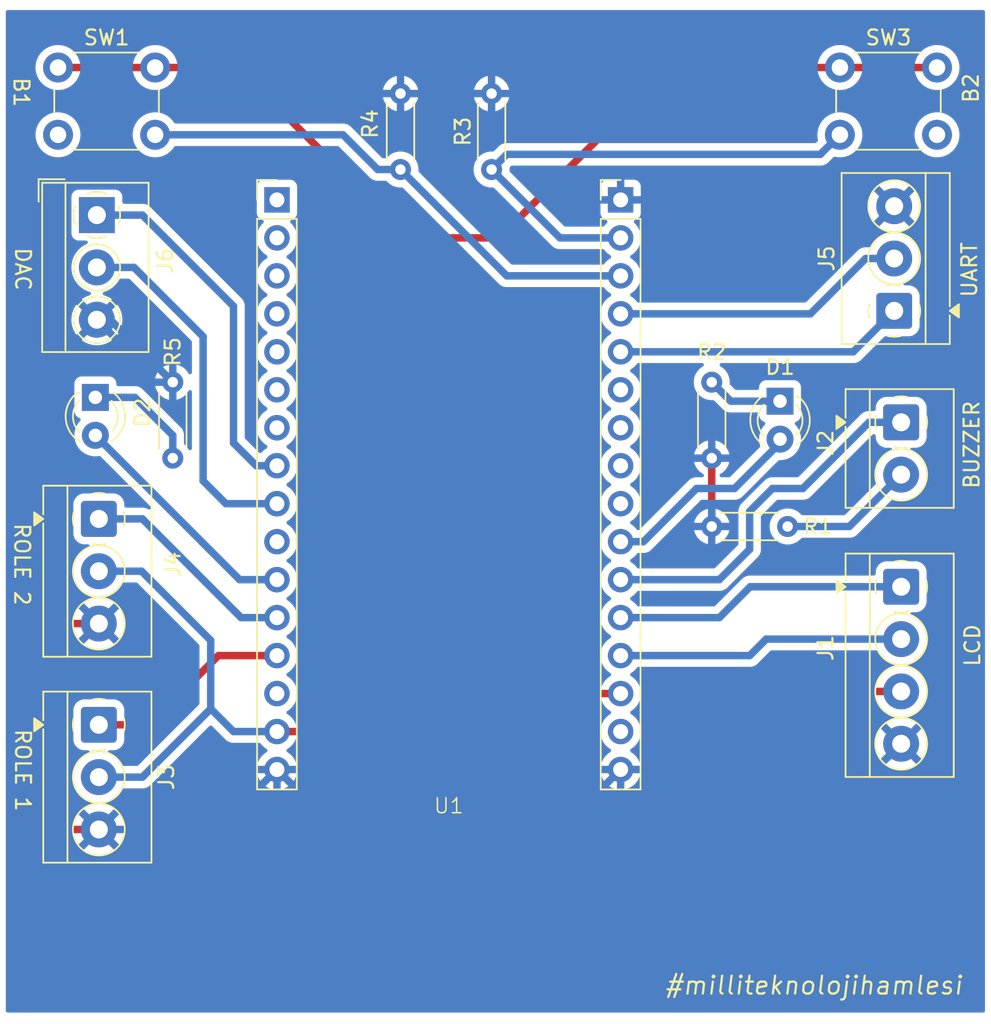
<source format=kicad_pcb>
(kicad_pcb (version 20240108) (generator "pcbnew") (generator_version "8.0")
  (layers (0 "F.Cu" signal) (31 "B.Cu" signal) (34 "B.Paste" user) (35 "F.Paste" user) (36 "B.SilkS" user "B.Silkscreen") (37 "F.SilkS" user "F.Silkscreen") (38 "B.Mask" user) (39 "F.Mask" user) (44 "Edge.Cuts" user))
  (net 0 "")
  (net 1 "Net-(D1-K)")
  (net 2 "D8")
  (net 3 "D14")
  (net 4 "Net-(D2-K)")
  (net 5 "GND")
  (net 6 "5V")
  (net 7 "SCL")
  (net 8 "SDA")
  (net 9 "D9")
  (net 10 "Net-(J2-Pin_2)")
  (net 11 "D12")
  (net 12 "D13")
  (net 13 "TX")
  (net 14 "RX")
  (net 15 "D0")
  (net 16 "D1")
  (net 17 "3V3")
  (net 21 "DAC1")
  (net 29 "DAC2")
  (footprint "TerminalBlock_4Ucon:TerminalBlock_4Ucon_1x03_P3.50mm_Horizontal" (layer "F.Cu") (at 29.972 36.576 -90)
    (property "Reference" "J6" (at 3.048 -4.572 90) (layer "F.SilkS"))
    (property "Value" "Conn_01x03_Pin")
    (fp_line (start -2.4 3.9) (end -0.9 3.9) (stroke (width 0.12)) (layer "F.SilkS"))
    (fp_line (start -2.16 3.66) (end 9.16 3.66) (stroke (width 0.12)) (layer "F.SilkS"))
    (fp_line (start -2.4 2.16) (end -2.4 3.9) (stroke (width 0.12)) (layer "F.SilkS"))
    (fp_line (start -2.16 2.1) (end 9.16 2.1) (stroke (width 0.12)) (layer "F.SilkS"))
    (fp_line (start -2.16 -3.46) (end -2.16 3.66) (stroke (width 0.12)) (layer "F.SilkS"))
    (fp_line (start -2.16 -3.46) (end 9.16 -3.46) (stroke (width 0.12)) (layer "F.SilkS"))
    (fp_line (start 9.16 -3.46) (end 9.16 3.66) (stroke (width 0.12)) (layer "F.SilkS"))
    (fp_arc (start 0.027011 1.555493) (mid -0.296984 1.527118) (end -0.608 1.432) (stroke (width 0.12)) (layer "F.SilkS"))
    (fp_arc (start 0.607587 1.431385) (mid 0.310017 1.523783) (end 0 1.555) (stroke (width 0.12)) (layer "F.SilkS"))
    (fp_arc (start -1.432109 0.607742) (mid -1.555727 -0.00014) (end -1.432 -0.608) (stroke (width 0.12)) (layer "F.SilkS"))
    (fp_arc (start 1.432109 -0.607742) (mid 1.555727 0.00014) (end 1.432 0.608) (stroke (width 0.12)) (layer "F.SilkS"))
    (fp_arc (start -0.607742 -1.432109) (mid 0.00014 -1.555727) (end 0.608 -1.432) (stroke (width 0.12)) (layer "F.SilkS"))
    (fp_circle (center 3.5 0) (end 5.055 0) (stroke (width 0.12)) (fill none) (layer "F.SilkS"))
    (fp_circle (center 7 0) (end 8.555 0) (stroke (width 0.12)) (fill none) (layer "F.SilkS"))
    (pad "1" thru_hole rect (at 0 0 270) (size 2.4 2.4) (drill 1.2) (layers "*.Cu" "*.Mask") (net 21 "DAC1"))
    (pad "2" thru_hole circle (at 3.5 0 270) (size 2.4 2.4) (drill 1.2) (layers "*.Cu" "*.Mask") (net 29 "DAC2"))
    (pad "3" thru_hole circle (at 7 0 270) (size 2.4 2.4) (drill 1.2) (layers "*.Cu" "*.Mask") (net 5 "GND"))
  )
  (footprint "Resistor_THT:R_Axial_DIN0204_L3.6mm_D1.6mm_P5.08mm_Horizontal" (layer "F.Cu") (at 50.292 33.528 90)
    (property "Reference" "R4" (at 3.048 -2.032 90) (layer "F.SilkS"))
    (property "Value" "1K")
    (fp_line (start 0.62 -0.92) (end 4.46 -0.92) (stroke (width 0.12)) (layer "F.SilkS"))
    (fp_line (start 0.62 0.92) (end 4.46 0.92) (stroke (width 0.12)) (layer "F.SilkS"))
    (pad "1" thru_hole circle (at 0 0 90) (size 1.4 1.4) (drill 0.7) (layers "*.Cu" "*.Mask") (net 16 "D1"))
    (pad "2" thru_hole oval (at 5.08 0 90) (size 1.4 1.4) (drill 0.7) (layers "*.Cu" "*.Mask") (net 5 "GND"))
  )
  (footprint "TerminalBlock_4Ucon:TerminalBlock_4Ucon_1x03_P3.50mm_Horizontal" (layer "F.Cu") (at 83.3315 42.98 90)
    (property "Reference" "J5" (at 3.5 -4.52 90) (layer "F.SilkS"))
    (property "Value" "Conn_01x03_Pin")
    (fp_line (start 9.22 -3.52) (end 9.22 3.72) (stroke (width 0.12)) (layer "F.SilkS"))
    (fp_line (start -2.22 -3.52) (end 9.22 -3.52) (stroke (width 0.12)) (layer "F.SilkS"))
    (fp_line (start -2.22 -3.52) (end -2.22 3.72) (stroke (width 0.12)) (layer "F.SilkS"))
    (fp_line (start -2.22 2.1) (end 9.22 2.1) (stroke (width 0.12)) (layer "F.SilkS"))
    (fp_line (start 0.3 3.72) (end 9.22 3.72) (stroke (width 0.12)) (layer "F.SilkS"))
    (fp_line (start -2.22 3.72) (end -0.3 3.72) (stroke (width 0.12)) (layer "F.SilkS"))
    (fp_arc (start -0.433 -1.68) (mid 0.000375 -1.734903) (end 0.433727 -1.679812) (stroke (width 0.12)) (layer "F.SilkS"))
    (fp_arc (start 1.68 -0.433) (mid 1.734903 0.000375) (end 1.679812 0.433727) (stroke (width 0.12)) (layer "F.SilkS"))
    (fp_arc (start -1.68 0.433) (mid -1.734903 -0.000375) (end -1.679812 -0.433727) (stroke (width 0.12)) (layer "F.SilkS"))
    (fp_arc (start 0.433 1.68) (mid -0.000375 1.734903) (end -0.433727 1.679812) (stroke (width 0.12)) (layer "F.SilkS"))
    (fp_circle (center 7 0) (end 8.735 0) (stroke (width 0.12)) (fill none) (layer "F.SilkS"))
    (fp_circle (center 3.5 0) (end 5.235 0) (stroke (width 0.12)) (fill none) (layer "F.SilkS"))
    (fp_poly (pts (xy 0 3.72) (xy 0.44 4.33) (xy -0.44 4.33) (xy 0 3.72)) (stroke (width 0.12)) (fill solid) (layer "F.SilkS"))
    (pad "1" thru_hole roundrect (at 0 0 90) (size 2.4 2.4) (drill 1.2) (layers "*.Cu" "*.Mask") (roundrect_rratio 0.104167) (net 14 "RX"))
    (pad "2" thru_hole circle (at 3.5 0 90) (size 2.4 2.4) (drill 1.2) (layers "*.Cu" "*.Mask") (net 13 "TX"))
    (pad "3" thru_hole circle (at 7 0 90) (size 2.4 2.4) (drill 1.2) (layers "*.Cu" "*.Mask") (net 5 "GND"))
  )
  (footprint "deneyapkart:deneyapkart" (layer "F.Cu") (at 53.524 54.59)
    (property "Reference" "U1" (at 0 21.5 0) (layer "F.SilkS") (effects (font (thickness 0.1))))
    (property "Value" "~")
    (fp_line (start -12.83 -20.36) (end -11.5 -20.36) (stroke (width 0.12)) (layer "F.SilkS"))
    (fp_line (start -12.83 -19.03) (end -12.83 -20.36) (stroke (width 0.12)) (layer "F.SilkS"))
    (fp_line (start -12.83 -17.76) (end -12.83 20.4) (stroke (width 0.12)) (layer "F.SilkS"))
    (fp_line (start -12.83 -17.76) (end -10.17 -17.76) (stroke (width 0.12)) (layer "F.SilkS"))
    (fp_line (start -12.83 20.4) (end -10.17 20.4) (stroke (width 0.12)) (layer "F.SilkS"))
    (fp_line (start -10.17 -17.76) (end -10.17 20.4) (stroke (width 0.12)) (layer "F.SilkS"))
    (fp_line (start 10.17 -20.36) (end 11.5 -20.36) (stroke (width 0.12)) (layer "F.SilkS"))
    (fp_line (start 10.17 -19.03) (end 10.17 -20.36) (stroke (width 0.12)) (layer "F.SilkS"))
    (fp_line (start 10.17 -17.76) (end 10.17 20.4) (stroke (width 0.12)) (layer "F.SilkS"))
    (fp_line (start 10.17 -17.76) (end 12.83 -17.76) (stroke (width 0.12)) (layer "F.SilkS"))
    (fp_line (start 10.17 20.4) (end 12.83 20.4) (stroke (width 0.12)) (layer "F.SilkS"))
    (fp_line (start 12.83 -17.76) (end 12.83 20.4) (stroke (width 0.12)) (layer "F.SilkS"))
    (pad "1" thru_hole rect (at -11.5 -19.03) (size 1.7 1.7) (drill 1) (layers "*.Cu" "*.Mask"))
    (pad "2" thru_hole oval (at -11.5 -16.49) (size 1.7 1.7) (drill 1) (layers "*.Cu" "*.Mask"))
    (pad "3" thru_hole oval (at -11.5 -13.95) (size 1.7 1.7) (drill 1) (layers "*.Cu" "*.Mask"))
    (pad "4" thru_hole oval (at -11.5 -11.41) (size 1.7 1.7) (drill 1) (layers "*.Cu" "*.Mask"))
    (pad "5" thru_hole oval (at -11.5 -8.87) (size 1.7 1.7) (drill 1) (layers "*.Cu" "*.Mask"))
    (pad "6" thru_hole oval (at -11.5 -6.33) (size 1.7 1.7) (drill 1) (layers "*.Cu" "*.Mask"))
    (pad "7" thru_hole oval (at -11.5 -3.79) (size 1.7 1.7) (drill 1) (layers "*.Cu" "*.Mask"))
    (pad "8" thru_hole oval (at -11.5 -1.25) (size 1.7 1.7) (drill 1) (layers "*.Cu" "*.Mask") (net 21 "DAC1"))
    (pad "9" thru_hole oval (at -11.5 1.29) (size 1.7 1.7) (drill 1) (layers "*.Cu" "*.Mask") (net 29 "DAC2"))
    (pad "10" thru_hole oval (at -11.5 3.83) (size 1.7 1.7) (drill 1) (layers "*.Cu" "*.Mask"))
    (pad "11" thru_hole oval (at -11.5 6.37) (size 1.7 1.7) (drill 1) (layers "*.Cu" "*.Mask") (net 3 "D14"))
    (pad "12" thru_hole oval (at -11.5 8.91) (size 1.7 1.7) (drill 1) (layers "*.Cu" "*.Mask") (net 12 "D13"))
    (pad "13" thru_hole oval (at -11.5 11.45) (size 1.7 1.7) (drill 1) (layers "*.Cu" "*.Mask") (net 11 "D12"))
    (pad "14" thru_hole oval (at -11.5 13.99) (size 1.7 1.7) (drill 1) (layers "*.Cu" "*.Mask"))
    (pad "15" thru_hole oval (at -11.5 16.53) (size 1.7 1.7) (drill 1) (layers "*.Cu" "*.Mask") (net 6 "5V"))
    (pad "16" thru_hole oval (at -11.5 19.07) (size 1.7 1.7) (drill 1) (layers "*.Cu" "*.Mask") (net 5 "GND"))
    (pad "17" thru_hole oval (at 11.5 19.07) (size 1.7 1.7) (drill 1) (layers "*.Cu" "*.Mask") (net 5 "GND"))
    (pad "18" thru_hole oval (at 11.5 16.53) (size 1.7 1.7) (drill 1) (layers "*.Cu" "*.Mask") (net 17 "3V3"))
    (pad "19" thru_hole oval (at 11.5 13.99) (size 1.7 1.7) (drill 1) (layers "*.Cu" "*.Mask") (net 17 "3V3"))
    (pad "20" thru_hole oval (at 11.5 11.45) (size 1.7 1.7) (drill 1) (layers "*.Cu" "*.Mask") (net 7 "SCL"))
    (pad "21" thru_hole oval (at 11.5 8.91) (size 1.7 1.7) (drill 1) (layers "*.Cu" "*.Mask") (net 8 "SDA"))
    (pad "22" thru_hole oval (at 11.5 6.37) (size 1.7 1.7) (drill 1) (layers "*.Cu" "*.Mask") (net 9 "D9"))
    (pad "23" thru_hole oval (at 11.5 3.83) (size 1.7 1.7) (drill 1) (layers "*.Cu" "*.Mask") (net 2 "D8"))
    (pad "24" thru_hole oval (at 11.5 1.29) (size 1.7 1.7) (drill 1) (layers "*.Cu" "*.Mask"))
    (pad "25" thru_hole oval (at 11.5 -1.25) (size 1.7 1.7) (drill 1) (layers "*.Cu" "*.Mask"))
    (pad "26" thru_hole oval (at 11.5 -3.79) (size 1.7 1.7) (drill 1) (layers "*.Cu" "*.Mask"))
    (pad "27" thru_hole oval (at 11.5 -6.33) (size 1.7 1.7) (drill 1) (layers "*.Cu" "*.Mask"))
    (pad "28" thru_hole oval (at 11.5 -8.87) (size 1.7 1.7) (drill 1) (layers "*.Cu" "*.Mask") (net 14 "RX"))
    (pad "29" thru_hole oval (at 11.5 -11.41) (size 1.7 1.7) (drill 1) (layers "*.Cu" "*.Mask") (net 13 "TX"))
    (pad "30" thru_hole oval (at 11.5 -13.95) (size 1.7 1.7) (drill 1) (layers "*.Cu" "*.Mask") (net 16 "D1"))
    (pad "31" thru_hole oval (at 11.5 -16.49) (size 1.7 1.7) (drill 1) (layers "*.Cu" "*.Mask") (net 15 "D0"))
    (pad "32" thru_hole rect (at 11.5 -19.03) (size 1.7 1.7) (drill 1) (layers "*.Cu" "*.Mask") (net 5 "GND"))
  )
  (footprint "LED_THT:LED_D3.0mm" (layer "F.Cu") (at 29.872 48.768 -90)
    (property "Reference" "D2" (at 1.016 -3.148 90) (layer "F.SilkS"))
    (property "Value" "LED")
    (fp_line (start -0.29 1.08) (end -0.29 1.236) (stroke (width 0.12)) (layer "F.SilkS"))
    (fp_line (start -0.29 -1.236) (end -0.29 -1.08) (stroke (width 0.12)) (layer "F.SilkS"))
    (fp_arc (start 2.941397 1.080061) (mid 1.365624 1.987701) (end -0.29 1.235516) (stroke (width 0.12)) (layer "F.SilkS"))
    (fp_arc (start 2.31091 1.080049) (mid 1.269965 1.5) (end 0.229039 1.08) (stroke (width 0.12)) (layer "F.SilkS"))
    (fp_arc (start 0.229039 -1.08) (mid 1.269965 -1.5) (end 2.31091 -1.080049) (stroke (width 0.12)) (layer "F.SilkS"))
    (fp_arc (start -0.29 -1.235516) (mid 1.365624 -1.987701) (end 2.941397 -1.080061) (stroke (width 0.12)) (layer "F.SilkS"))
    (pad "1" thru_hole rect (at 0 0 270) (size 1.8 1.8) (drill 0.9) (layers "*.Cu" "*.Mask") (net 4 "Net-(D2-K)"))
    (pad "2" thru_hole circle (at 2.54 0 270) (size 1.8 1.8) (drill 0.9) (layers "*.Cu" "*.Mask") (net 3 "D14"))
  )
  (footprint "TerminalBlock_4Ucon:TerminalBlock_4Ucon_1x03_P3.50mm_Horizontal" (layer "F.Cu") (at 30.1045 70.668 -90)
    (property "Reference" "J3" (at 3.5 -4.52 90) (layer "F.SilkS"))
    (property "Value" "Conn_01x03_Pin")
    (fp_line (start -2.22 3.72) (end -0.3 3.72) (stroke (width 0.12)) (layer "F.SilkS"))
    (fp_line (start 0.3 3.72) (end 9.22 3.72) (stroke (width 0.12)) (layer "F.SilkS"))
    (fp_line (start -2.22 2.1) (end 9.22 2.1) (stroke (width 0.12)) (layer "F.SilkS"))
    (fp_line (start -2.22 -3.52) (end -2.22 3.72) (stroke (width 0.12)) (layer "F.SilkS"))
    (fp_line (start -2.22 -3.52) (end 9.22 -3.52) (stroke (width 0.12)) (layer "F.SilkS"))
    (fp_line (start 9.22 -3.52) (end 9.22 3.72) (stroke (width 0.12)) (layer "F.SilkS"))
    (fp_arc (start 0.433 1.68) (mid -0.000375 1.734903) (end -0.433727 1.679812) (stroke (width 0.12)) (layer "F.SilkS"))
    (fp_arc (start -1.68 0.433) (mid -1.734903 -0.000375) (end -1.679812 -0.433727) (stroke (width 0.12)) (layer "F.SilkS"))
    (fp_arc (start 1.68 -0.433) (mid 1.734903 0.000375) (end 1.679812 0.433727) (stroke (width 0.12)) (layer "F.SilkS"))
    (fp_arc (start -0.433 -1.68) (mid 0.000375 -1.734903) (end 0.433727 -1.679812) (stroke (width 0.12)) (layer "F.SilkS"))
    (fp_circle (center 3.5 0) (end 5.235 0) (stroke (width 0.12)) (fill none) (layer "F.SilkS"))
    (fp_circle (center 7 0) (end 8.735 0) (stroke (width 0.12)) (fill none) (layer "F.SilkS"))
    (fp_poly (pts (xy 0 3.72) (xy 0.44 4.33) (xy -0.44 4.33) (xy 0 3.72)) (stroke (width 0.12)) (fill solid) (layer "F.SilkS"))
    (pad "1" thru_hole roundrect (at 0 0 270) (size 2.4 2.4) (drill 1.2) (layers "*.Cu" "*.Mask") (roundrect_rratio 0.104167) (net 11 "D12"))
    (pad "2" thru_hole circle (at 3.5 0 270) (size 2.4 2.4) (drill 1.2) (layers "*.Cu" "*.Mask") (net 6 "5V"))
    (pad "3" thru_hole circle (at 7 0 270) (size 2.4 2.4) (drill 1.2) (layers "*.Cu" "*.Mask") (net 5 "GND"))
  )
  (footprint "Resistor_THT:R_Axial_DIN0204_L3.6mm_D1.6mm_P5.08mm_Horizontal" (layer "F.Cu") (at 76.2 57.404 180)
    (property "Reference" "R1" (at -2.032 0 0) (layer "F.SilkS"))
    (property "Value" "R330")
    (fp_line (start 0.62 0.92) (end 4.46 0.92) (stroke (width 0.12)) (layer "F.SilkS"))
    (fp_line (start 0.62 -0.92) (end 4.46 -0.92) (stroke (width 0.12)) (layer "F.SilkS"))
    (pad "1" thru_hole circle (at 0 0 180) (size 1.4 1.4) (drill 0.7) (layers "*.Cu" "*.Mask") (net 10 "Net-(J2-Pin_2)"))
    (pad "2" thru_hole oval (at 5.08 0 180) (size 1.4 1.4) (drill 0.7) (layers "*.Cu" "*.Mask") (net 5 "GND"))
  )
  (footprint "TerminalBlock_4Ucon:TerminalBlock_4Ucon_1x02_P3.50mm_Horizontal" (layer "F.Cu") (at 83.7965 50.436 -90)
    (property "Reference" "J2" (at 1.38 5.0565 90) (layer "F.SilkS"))
    (property "Value" "Conn_01x02_Pin")
    (fp_line (start -2.22 3.72) (end -0.3 3.72) (stroke (width 0.12)) (layer "F.SilkS"))
    (fp_line (start 0.3 3.72) (end 5.72 3.72) (stroke (width 0.12)) (layer "F.SilkS"))
    (fp_line (start -2.22 2.1) (end 5.72 2.1) (stroke (width 0.12)) (layer "F.SilkS"))
    (fp_line (start -2.22 -3.52) (end -2.22 3.72) (stroke (width 0.12)) (layer "F.SilkS"))
    (fp_line (start -2.22 -3.52) (end 5.72 -3.52) (stroke (width 0.12)) (layer "F.SilkS"))
    (fp_line (start 5.72 -3.52) (end 5.72 3.72) (stroke (width 0.12)) (layer "F.SilkS"))
    (fp_arc (start 0.433 1.68) (mid -0.000375 1.734903) (end -0.433727 1.679812) (stroke (width 0.12)) (layer "F.SilkS"))
    (fp_arc (start -1.68 0.433) (mid -1.734903 -0.000375) (end -1.679812 -0.433727) (stroke (width 0.12)) (layer "F.SilkS"))
    (fp_arc (start 1.68 -0.433) (mid 1.734903 0.000375) (end 1.679812 0.433727) (stroke (width 0.12)) (layer "F.SilkS"))
    (fp_arc (start -0.433 -1.68) (mid 0.000375 -1.734903) (end 0.433727 -1.679812) (stroke (width 0.12)) (layer "F.SilkS"))
    (fp_circle (center 3.5 0) (end 5.235 0) (stroke (width 0.12)) (fill none) (layer "F.SilkS"))
    (fp_poly (pts (xy 0 3.72) (xy 0.44 4.33) (xy -0.44 4.33) (xy 0 3.72)) (stroke (width 0.12)) (fill solid) (layer "F.SilkS"))
    (pad "1" thru_hole roundrect (at 0 0 270) (size 2.4 2.4) (drill 1.2) (layers "*.Cu" "*.Mask") (roundrect_rratio 0.104167) (net 9 "D9"))
    (pad "2" thru_hole circle (at 3.5 0 270) (size 2.4 2.4) (drill 1.2) (layers "*.Cu" "*.Mask") (net 10 "Net-(J2-Pin_2)"))
  )
  (footprint "TerminalBlock_4Ucon:TerminalBlock_4Ucon_1x04_P3.50mm_Horizontal" (layer "F.Cu") (at 83.7965 61.436 -90)
    (property "Reference" "J1" (at 4.096 5.0565 90) (layer "F.SilkS"))
    (property "Value" "Conn_01x04_Pin")
    (fp_line (start -2.22 3.72) (end -0.3 3.72) (stroke (width 0.12)) (layer "F.SilkS"))
    (fp_line (start 0.3 3.72) (end 12.72 3.72) (stroke (width 0.12)) (layer "F.SilkS"))
    (fp_line (start -2.22 2.1) (end 12.72 2.1) (stroke (width 0.12)) (layer "F.SilkS"))
    (fp_line (start -2.22 -3.52) (end -2.22 3.72) (stroke (width 0.12)) (layer "F.SilkS"))
    (fp_line (start -2.22 -3.52) (end 12.72 -3.52) (stroke (width 0.12)) (layer "F.SilkS"))
    (fp_line (start 12.72 -3.52) (end 12.72 3.72) (stroke (width 0.12)) (layer "F.SilkS"))
    (fp_arc (start 0.433 1.68) (mid -0.000375 1.734903) (end -0.433727 1.679812) (stroke (width 0.12)) (layer "F.SilkS"))
    (fp_arc (start -1.68 0.433) (mid -1.734903 -0.000375) (end -1.679812 -0.433727) (stroke (width 0.12)) (layer "F.SilkS"))
    (fp_arc (start 1.68 -0.433) (mid 1.734903 0.000375) (end 1.679812 0.433727) (stroke (width 0.12)) (layer "F.SilkS"))
    (fp_arc (start -0.433 -1.68) (mid 0.000375 -1.734903) (end 0.433727 -1.679812) (stroke (width 0.12)) (layer "F.SilkS"))
    (fp_circle (center 3.5 0) (end 5.235 0) (stroke (width 0.12)) (fill none) (layer "F.SilkS"))
    (fp_circle (center 7 0) (end 8.735 0) (stroke (width 0.12)) (fill none) (layer "F.SilkS"))
    (fp_circle (center 10.5 0) (end 12.235 0) (stroke (width 0.12)) (fill none) (layer "F.SilkS"))
    (fp_poly (pts (xy 0 3.72) (xy 0.44 4.33) (xy -0.44 4.33) (xy 0 3.72)) (stroke (width 0.12)) (fill solid) (layer "F.SilkS"))
    (pad "1" thru_hole roundrect (at 0 0 270) (size 2.4 2.4) (drill 1.2) (layers "*.Cu" "*.Mask") (roundrect_rratio 0.104167) (net 8 "SDA"))
    (pad "2" thru_hole circle (at 3.5 0 270) (size 2.4 2.4) (drill 1.2) (layers "*.Cu" "*.Mask") (net 7 "SCL"))
    (pad "3" thru_hole circle (at 7 0 270) (size 2.4 2.4) (drill 1.2) (layers "*.Cu" "*.Mask") (net 6 "5V"))
    (pad "4" thru_hole circle (at 10.5 0 270) (size 2.4 2.4) (drill 1.2) (layers "*.Cu" "*.Mask") (net 5 "GND"))
  )
  (footprint "TerminalBlock_4Ucon:TerminalBlock_4Ucon_1x03_P3.50mm_Horizontal" (layer "F.Cu") (at 30.1045 56.896 -90)
    (property "Reference" "J4" (at 3.048 -4.9475 90) (layer "F.SilkS"))
    (property "Value" "Conn_01x03_Pin")
    (fp_line (start -2.22 3.72) (end -0.3 3.72) (stroke (width 0.12)) (layer "F.SilkS"))
    (fp_line (start 0.3 3.72) (end 9.22 3.72) (stroke (width 0.12)) (layer "F.SilkS"))
    (fp_line (start -2.22 2.1) (end 9.22 2.1) (stroke (width 0.12)) (layer "F.SilkS"))
    (fp_line (start -2.22 -3.52) (end -2.22 3.72) (stroke (width 0.12)) (layer "F.SilkS"))
    (fp_line (start -2.22 -3.52) (end 9.22 -3.52) (stroke (width 0.12)) (layer "F.SilkS"))
    (fp_line (start 9.22 -3.52) (end 9.22 3.72) (stroke (width 0.12)) (layer "F.SilkS"))
    (fp_arc (start 0.433 1.68) (mid -0.000375 1.734903) (end -0.433727 1.679812) (stroke (width 0.12)) (layer "F.SilkS"))
    (fp_arc (start -1.68 0.433) (mid -1.734903 -0.000375) (end -1.679812 -0.433727) (stroke (width 0.12)) (layer "F.SilkS"))
    (fp_arc (start 1.68 -0.433) (mid 1.734903 0.000375) (end 1.679812 0.433727) (stroke (width 0.12)) (layer "F.SilkS"))
    (fp_arc (start -0.433 -1.68) (mid 0.000375 -1.734903) (end 0.433727 -1.679812) (stroke (width 0.12)) (layer "F.SilkS"))
    (fp_circle (center 3.5 0) (end 5.235 0) (stroke (width 0.12)) (fill none) (layer "F.SilkS"))
    (fp_circle (center 7 0) (end 8.735 0) (stroke (width 0.12)) (fill none) (layer "F.SilkS"))
    (fp_poly (pts (xy 0 3.72) (xy 0.44 4.33) (xy -0.44 4.33) (xy 0 3.72)) (stroke (width 0.12)) (fill solid) (layer "F.SilkS"))
    (pad "1" thru_hole roundrect (at 0 0 270) (size 2.4 2.4) (drill 1.2) (layers "*.Cu" "*.Mask") (roundrect_rratio 0.104167) (net 12 "D13"))
    (pad "2" thru_hole circle (at 3.5 0 270) (size 2.4 2.4) (drill 1.2) (layers "*.Cu" "*.Mask") (net 6 "5V"))
    (pad "3" thru_hole circle (at 7 0 270) (size 2.4 2.4) (drill 1.2) (layers "*.Cu" "*.Mask") (net 5 "GND"))
  )
  (footprint "Button_Switch_THT:SW_PUSH_6mm_H4.3mm" (layer "F.Cu") (at 79.6965 26.706)
    (property "Reference" "SW3" (at 3.25 -2 0) (layer "F.SilkS"))
    (property "Value" "CK_KMS2xxG")
    (fp_line (start -0.25 1.5) (end -0.25 3) (stroke (width 0.12)) (layer "F.SilkS"))
    (fp_line (start 1 5.5) (end 5.5 5.5) (stroke (width 0.12)) (layer "F.SilkS"))
    (fp_line (start 5.5 -1) (end 1 -1) (stroke (width 0.12)) (layer "F.SilkS"))
    (fp_line (start 6.75 3) (end 6.75 1.5) (stroke (width 0.12)) (layer "F.SilkS"))
    (pad "1" thru_hole circle (at 0 0 90) (size 2 2) (drill 1.1) (layers "*.Cu" "*.Mask") (net 17 "3V3"))
    (pad "1" thru_hole circle (at 6.5 0 90) (size 2 2) (drill 1.1) (layers "*.Cu" "*.Mask") (net 17 "3V3"))
    (pad "2" thru_hole circle (at 0 4.5 90) (size 2 2) (drill 1.1) (layers "*.Cu" "*.Mask") (net 15 "D0"))
    (pad "2" thru_hole circle (at 6.5 4.5 90) (size 2 2) (drill 1.1) (layers "*.Cu" "*.Mask") (net 15 "D0"))
  )
  (footprint "Resistor_THT:R_Axial_DIN0204_L3.6mm_D1.6mm_P5.08mm_Horizontal" (layer "F.Cu") (at 71.12 47.752 -90)
    (property "Reference" "R2" (at -2.032 0 0) (layer "F.SilkS"))
    (property "Value" "R330")
    (fp_line (start 0.62 0.92) (end 4.46 0.92) (stroke (width 0.12)) (layer "F.SilkS"))
    (fp_line (start 0.62 -0.92) (end 4.46 -0.92) (stroke (width 0.12)) (layer "F.SilkS"))
    (pad "1" thru_hole circle (at 0 0 270) (size 1.4 1.4) (drill 0.7) (layers "*.Cu" "*.Mask") (net 1 "Net-(D1-K)"))
    (pad "2" thru_hole oval (at 5.08 0 270) (size 1.4 1.4) (drill 0.7) (layers "*.Cu" "*.Mask") (net 5 "GND"))
  )
  (footprint "Resistor_THT:R_Axial_DIN0204_L3.6mm_D1.6mm_P5.08mm_Horizontal" (layer "F.Cu") (at 56.388 33.528 90)
    (property "Reference" "R3" (at 2.54 -1.92 90) (layer "F.SilkS"))
    (property "Value" "1K")
    (fp_line (start 0.62 -0.92) (end 4.46 -0.92) (stroke (width 0.12)) (layer "F.SilkS"))
    (fp_line (start 0.62 0.92) (end 4.46 0.92) (stroke (width 0.12)) (layer "F.SilkS"))
    (pad "1" thru_hole circle (at 0 0 90) (size 1.4 1.4) (drill 0.7) (layers "*.Cu" "*.Mask") (net 15 "D0"))
    (pad "2" thru_hole oval (at 5.08 0 90) (size 1.4 1.4) (drill 0.7) (layers "*.Cu" "*.Mask") (net 5 "GND"))
  )
  (footprint "LED_THT:LED_D3.0mm" (layer "F.Cu") (at 75.692 49.022 -90)
    (property "Reference" "D1" (at -2.286 0 0) (layer "F.SilkS"))
    (property "Value" "LED")
    (fp_line (start -0.29 1.08) (end -0.29 1.236) (stroke (width 0.12)) (layer "F.SilkS"))
    (fp_line (start -0.29 -1.236) (end -0.29 -1.08) (stroke (width 0.12)) (layer "F.SilkS"))
    (fp_arc (start 2.941397 1.080061) (mid 1.365624 1.987701) (end -0.29 1.235516) (stroke (width 0.12)) (layer "F.SilkS"))
    (fp_arc (start 2.31091 1.080049) (mid 1.269965 1.5) (end 0.229039 1.08) (stroke (width 0.12)) (layer "F.SilkS"))
    (fp_arc (start 0.229039 -1.08) (mid 1.269965 -1.5) (end 2.31091 -1.080049) (stroke (width 0.12)) (layer "F.SilkS"))
    (fp_arc (start -0.29 -1.235516) (mid 1.365624 -1.987701) (end 2.941397 -1.080061) (stroke (width 0.12)) (layer "F.SilkS"))
    (pad "1" thru_hole rect (at 0 0 270) (size 1.8 1.8) (drill 0.9) (layers "*.Cu" "*.Mask") (net 1 "Net-(D1-K)"))
    (pad "2" thru_hole circle (at 2.54 0 270) (size 1.8 1.8) (drill 0.9) (layers "*.Cu" "*.Mask") (net 2 "D8"))
  )
  (footprint "Button_Switch_THT:SW_PUSH_6mm_H4.3mm" (layer "F.Cu") (at 27.372 26.706)
    (property "Reference" "SW1" (at 3.25 -2 0) (layer "F.SilkS"))
    (property "Value" "CK_KMS2xxG")
    (fp_line (start -0.25 1.5) (end -0.25 3) (stroke (width 0.12)) (layer "F.SilkS"))
    (fp_line (start 1 5.5) (end 5.5 5.5) (stroke (width 0.12)) (layer "F.SilkS"))
    (fp_line (start 5.5 -1) (end 1 -1) (stroke (width 0.12)) (layer "F.SilkS"))
    (fp_line (start 6.75 3) (end 6.75 1.5) (stroke (width 0.12)) (layer "F.SilkS"))
    (pad "1" thru_hole circle (at 0 0 90) (size 2 2) (drill 1.1) (layers "*.Cu" "*.Mask") (net 17 "3V3"))
    (pad "1" thru_hole circle (at 6.5 0 90) (size 2 2) (drill 1.1) (layers "*.Cu" "*.Mask") (net 17 "3V3"))
    (pad "2" thru_hole circle (at 0 4.5 90) (size 2 2) (drill 1.1) (layers "*.Cu" "*.Mask") (net 16 "D1"))
    (pad "2" thru_hole circle (at 6.5 4.5 90) (size 2 2) (drill 1.1) (layers "*.Cu" "*.Mask") (net 16 "D1"))
  )
  (footprint "Resistor_THT:R_Axial_DIN0204_L3.6mm_D1.6mm_P5.08mm_Horizontal" (layer "F.Cu") (at 35.052 52.832 90)
    (property "Reference" "R5" (at 7.112 0 90) (layer "F.SilkS"))
    (property "Value" "R330")
    (fp_line (start 0.62 -0.92) (end 4.46 -0.92) (stroke (width 0.12)) (layer "F.SilkS"))
    (fp_line (start 0.62 0.92) (end 4.46 0.92) (stroke (width 0.12)) (layer "F.SilkS"))
    (pad "1" thru_hole circle (at 0 0 90) (size 1.4 1.4) (drill 0.7) (layers "*.Cu" "*.Mask") (net 4 "Net-(D2-K)"))
    (pad "2" thru_hole oval (at 5.08 0 90) (size 1.4 1.4) (drill 0.7) (layers "*.Cu" "*.Mask") (net 5 "GND"))
  )
  (gr_text "UART" (at 88.9508 42.164 90) (layer "F.SilkS") (effects (font (size 1 1)) (justify left bottom)))
  (gr_text "ROLE 1" (at 24.4348 70.866 270) (layer "F.SilkS") (effects (font (size 1 1)) (justify left bottom)))
  (gr_text "#milliteknolojihamlesi" (at 67.9196 88.7984 0) (layer "F.SilkS") (effects (font (size 1.2 1.2) (thickness 0.15) (italic yes)) (justify left bottom)))
  (gr_text "BUZZER" (at 89.1032 54.9656 90) (layer "F.SilkS") (effects (font (size 1 1)) (justify left bottom)))
  (gr_text "ROLE 2" (at 24.384 57.0992 270) (layer "F.SilkS") (effects (font (size 1 1)) (justify left bottom)))
  (gr_text "B1" (at 24.3332 27.2796 270) (layer "F.SilkS") (effects (font (size 1 1)) (justify left bottom)))
  (gr_text "LCD" (at 89.154 66.8528 90) (layer "F.SilkS") (effects (font (size 1 1)) (justify left bottom)))
  (gr_text "DAC" (at 24.4348 38.6588 270) (layer "F.SilkS") (effects (font (size 1 1)) (justify left bottom)))
  (gr_text "B2" (at 89.0524 29.1592 90) (layer "F.SilkS") (effects (font (size 1 1)) (justify left bottom)))
  (segment (start 72.39 49.022) (end 71.12 47.752) (width 0.5) (layer "B.Cu") (net 1))
  (segment (start 75.692 49.022) (end 72.39 49.022) (width 0.5) (layer "B.Cu") (net 1))
  (segment (start 72.644 54.864) (end 70.104 54.864) (width 0.5) (layer "B.Cu") (net 2))
  (segment (start 70.104 54.864) (end 66.548 58.42) (width 0.5) (layer "B.Cu") (net 2))
  (segment (start 75.692 51.816) (end 72.644 54.864) (width 0.5) (layer "B.Cu") (net 2))
  (segment (start 75.692 51.562) (end 75.692 51.816) (width 0.5) (layer "B.Cu") (net 2))
  (segment (start 66.548 58.42) (end 65.024 58.42) (width 0.5) (layer "B.Cu") (net 2))
  (segment (start 39.524 60.96) (end 42.024 60.96) (width 0.5) (layer "B.Cu") (net 3))
  (segment (start 29.872 51.308) (end 39.524 60.96) (width 0.5) (layer "B.Cu") (net 3))
  (segment (start 35.052 51.308) (end 35.052 52.832) (width 0.5) (layer "B.Cu") (net 4))
  (segment (start 32.512 48.768) (end 35.052 51.308) (width 0.5) (layer "B.Cu") (net 4))
  (segment (start 29.872 48.768) (end 32.512 48.768) (width 0.5) (layer "B.Cu") (net 4))
  (segment (start 35.052 47.752) (end 34.036 46.736) (width 0.5) (layer "F.Cu") (net 5))
  (segment (start 26.304 63.896) (end 30.1045 63.896) (width 0.5) (layer "F.Cu") (net 5))
  (segment (start 24.892 62.484) (end 26.304 63.896) (width 0.5) (layer "F.Cu") (net 5))
  (segment (start 26.868 77.668) (end 30.1045 77.668) (width 0.5) (layer "F.Cu") (net 5))
  (segment (start 34.036 46.736) (end 26.924 46.736) (width 0.5) (layer "F.Cu") (net 5))
  (segment (start 71.12 52.832) (end 71.12 57.404) (width 0.5) (layer "F.Cu") (net 5))
  (segment (start 24.892 48.768) (end 24.892 62.484) (width 0.5) (layer "F.Cu") (net 5))
  (segment (start 24.892 75.692) (end 26.868 77.668) (width 0.5) (layer "F.Cu") (net 5))
  (segment (start 26.924 46.736) (end 24.892 48.768) (width 0.5) (layer "F.Cu") (net 5))
  (segment (start 24.892 65.308) (end 24.892 75.692) (width 0.5) (layer "F.Cu") (net 5))
  (segment (start 26.304 63.896) (end 24.892 65.308) (width 0.5) (layer "F.Cu") (net 5))
  (segment (start 62.992 75.692) (end 65.024 73.66) (width 0.5) (layer "B.Cu") (net 5))
  (segment (start 38.016 77.668) (end 42.024 73.66) (width 0.5) (layer "B.Cu") (net 5))
  (segment (start 30.876 43.576) (end 29.972 43.576) (width 0.2) (layer "B.Cu") (net 5))
  (segment (start 83.7965 71.936) (end 82.0725 73.66) (width 0.5) (layer "B.Cu") (net 5))
  (segment (start 44.056 75.692) (end 62.992 75.692) (width 0.5) (layer "B.Cu") (net 5))
  (segment (start 82.0725 73.66) (end 65.024 73.66) (width 0.5) (layer "B.Cu") (net 5))
  (segment (start 30.1045 77.668) (end 38.016 77.668) (width 0.5) (layer "B.Cu") (net 5))
  (segment (start 35.052 47.752) (end 30.876 43.576) (width 0.5) (layer "B.Cu") (net 5))
  (segment (start 42.024 73.66) (end 44.056 75.692) (width 0.5) (layer "B.Cu") (net 5))
  (segment (start 78.884 68.436) (end 70.612 76.708) (width 0.5) (layer "F.Cu") (net 6))
  (segment (start 50.8 76.708) (end 45.212 71.12) (width 0.5) (layer "F.Cu") (net 6))
  (segment (start 70.612 76.708) (end 50.8 76.708) (width 0.5) (layer "F.Cu") (net 6))
  (segment (start 83.7965 68.436) (end 78.884 68.436) (width 0.5) (layer "F.Cu") (net 6))
  (segment (start 45.212 71.12) (end 42.024 71.12) (width 0.5) (layer "F.Cu") (net 6))
  (segment (start 30.1045 60.396) (end 32.964 60.396) (width 0.5) (layer "B.Cu") (net 6))
  (segment (start 37.592 65.024) (end 37.592 69.596) (width 0.5) (layer "B.Cu") (net 6))
  (segment (start 33.02 74.168) (end 37.592 69.596) (width 0.5) (layer "B.Cu") (net 6))
  (segment (start 32.964 60.396) (end 37.592 65.024) (width 0.5) (layer "B.Cu") (net 6))
  (segment (start 39.116 71.12) (end 42.024 71.12) (width 0.5) (layer "B.Cu") (net 6))
  (segment (start 30.1045 74.168) (end 33.02 74.168) (width 0.5) (layer "B.Cu") (net 6))
  (segment (start 37.592 69.596) (end 39.116 71.12) (width 0.5) (layer "B.Cu") (net 6))
  (segment (start 65.024 66.04) (end 73.66 66.04) (width 0.5) (layer "B.Cu") (net 7))
  (segment (start 73.66 66.04) (end 74.764 64.936) (width 0.5) (layer "B.Cu") (net 7))
  (segment (start 74.764 64.936) (end 83.7965 64.936) (width 0.5) (layer "B.Cu") (net 7))
  (segment (start 71.628 63.5) (end 65.024 63.5) (width 0.5) (layer "B.Cu") (net 8))
  (segment (start 71.628 63.5) (end 73.692 61.436) (width 0.5) (layer "B.Cu") (net 8))
  (segment (start 73.692 61.436) (end 83.7965 61.436) (width 0.5) (layer "B.Cu") (net 8))
  (segment (start 71.628 60.96) (end 65.024 60.96) (width 0.5) (layer "B.Cu") (net 9))
  (segment (start 75.184 54.864) (end 73.66 56.388) (width 0.5) (layer "B.Cu") (net 9))
  (segment (start 73.66 58.928) (end 71.628 60.96) (width 0.5) (layer "B.Cu") (net 9))
  (segment (start 81.644 50.436) (end 77.216 54.864) (width 0.5) (layer "B.Cu") (net 9))
  (segment (start 77.216 54.864) (end 75.184 54.864) (width 0.5) (layer "B.Cu") (net 9))
  (segment (start 83.7965 50.436) (end 81.644 50.436) (width 0.5) (layer "B.Cu") (net 9))
  (segment (start 73.66 56.388) (end 73.66 58.928) (width 0.5) (layer "B.Cu") (net 9))
  (segment (start 80.3285 57.404) (end 76.2 57.404) (width 0.5) (layer "B.Cu") (net 10))
  (segment (start 83.7965 53.936) (end 80.3285 57.404) (width 0.5) (layer "B.Cu") (net 10))
  (segment (start 30.1045 70.668) (end 33.472 70.668) (width 0.5) (layer "F.Cu") (net 11))
  (segment (start 38.1 66.04) (end 42.024 66.04) (width 0.5) (layer "F.Cu") (net 11))
  (segment (start 33.472 70.668) (end 38.1 66.04) (width 0.5) (layer "F.Cu") (net 11))
  (segment (start 30.1045 56.896) (end 33.02 56.896) (width 0.5) (layer "B.Cu") (net 12))
  (segment (start 33.02 56.896) (end 39.624 63.5) (width 0.5) (layer "B.Cu") (net 12))
  (segment (start 39.624 63.5) (end 42.024 63.5) (width 0.5) (layer "B.Cu") (net 12))
  (segment (start 83.3315 39.48) (end 81.424 39.48) (width 0.5) (layer "B.Cu") (net 13))
  (segment (start 77.724 43.18) (end 65.024 43.18) (width 0.5) (layer "B.Cu") (net 13))
  (segment (start 81.424 39.48) (end 77.724 43.18) (width 0.5) (layer "B.Cu") (net 13))
  (segment (start 80.5915 45.72) (end 83.3315 42.98) (width 0.5) (layer "B.Cu") (net 14))
  (segment (start 65.024 45.72) (end 80.5915 45.72) (width 0.5) (layer "B.Cu") (net 14))
  (segment (start 78.3905 32.512) (end 79.6965 31.206) (width 0.5) (layer "B.Cu") (net 15))
  (segment (start 56.388 33.528) (end 57.404 32.512) (width 0.5) (layer "B.Cu") (net 15))
  (segment (start 60.96 38.1) (end 65.024 38.1) (width 0.5) (layer "B.Cu") (net 15))
  (segment (start 56.388 33.528) (end 60.96 38.1) (width 0.5) (layer "B.Cu") (net 15))
  (segment (start 57.404 32.512) (end 78.3905 32.512) (width 0.5) (layer "B.Cu") (net 15))
  (segment (start 50.292 33.528) (end 48.768 33.528) (width 0.5) (layer "B.Cu") (net 16))
  (segment (start 46.446 31.206) (end 33.872 31.206) (width 0.5) (layer "B.Cu") (net 16))
  (segment (start 65.024 40.64) (end 57.404 40.64) (width 0.5) (layer "B.Cu") (net 16))
  (segment (start 48.768 33.528) (end 46.446 31.206) (width 0.5) (layer "B.Cu") (net 16))
  (segment (start 57.404 40.64) (end 50.292 33.528) (width 0.5) (layer "B.Cu") (net 16))
  (segment (start 33.872 26.706) (end 27.372 26.706) (width 0.5) (layer "F.Cu") (net 17))
  (segment (start 68.29 26.706) (end 79.6965 26.706) (width 0.5) (layer "F.Cu") (net 17))
  (segment (start 56.896 38.1) (end 68.29 26.706) (width 0.5) (layer "F.Cu") (net 17))
  (segment (start 50.8 64.516) (end 54.864 68.58) (width 0.5) (layer "F.Cu") (net 17))
  (segment (start 33.872 26.706) (end 39.406 26.706) (width 0.5) (layer "F.Cu") (net 17))
  (segment (start 39.406 26.706) (end 50.8 38.1) (width 0.5) (layer "F.Cu") (net 17))
  (segment (start 50.8 38.1) (end 56.896 38.1) (width 0.5) (layer "F.Cu") (net 17))
  (segment (start 79.6965 26.706) (end 86.1965 26.706) (width 0.5) (layer "F.Cu") (net 17))
  (segment (start 54.864 68.58) (end 65.024 68.58) (width 0.5) (layer "F.Cu") (net 17))
  (segment (start 50.8 38.1) (end 50.8 64.516) (width 0.5) (layer "F.Cu") (net 17))
  (segment (start 33.02 36.576) (end 39.116 42.672) (width 0.5) (layer "B.Cu") (net 21))
  (segment (start 39.116 42.672) (end 39.116 51.816) (width 0.5) (layer "B.Cu") (net 21))
  (segment (start 39.116 51.816) (end 40.64 53.34) (width 0.5) (layer "B.Cu") (net 21))
  (segment (start 29.972 36.576) (end 33.02 36.576) (width 0.5) (layer "B.Cu") (net 21))
  (segment (start 40.64 53.34) (end 42.024 53.34) (width 0.5) (layer "B.Cu") (net 21))
  (segment (start 37.084 54.356) (end 38.608 55.88) (width 0.5) (layer "B.Cu") (net 29))
  (segment (start 29.972 40.076) (end 32.456 40.076) (width 0.5) (layer "B.Cu") (net 29))
  (segment (start 37.084 44.704) (end 37.084 54.356) (width 0.5) (layer "B.Cu") (net 29))
  (segment (start 38.608 55.88) (end 42.024 55.88) (width 0.5) (layer "B.Cu") (net 29))
  (segment (start 32.456 40.076) (end 37.084 44.704) (width 0.5) (layer "B.Cu") (net 29))
  (zone (net 5) (net_name "GND") (layer "B.Cu") (connect_pads (clearance 0.5)) (min_thickness 0.25) (fill yes (thermal_gap 0.5) (thermal_bridge_width 0.5) (smoothing fillet))
    (polygon (pts (xy 23.876 22.86) (xy 89.408 22.86) (xy 89.408 89.916) (xy 23.876 89.916)))
  )
)
</source>
